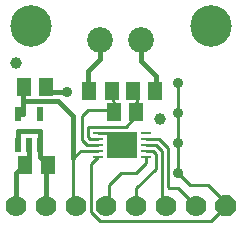
<source format=gbr>
G04 EAGLE Gerber RS-274X export*
G75*
%MOMM*%
%FSLAX34Y34*%
%LPD*%
%INTop Copper*%
%IPPOS*%
%AMOC8*
5,1,8,0,0,1.08239X$1,22.5*%
G01*
%ADD10R,0.900000X0.250000*%
%ADD11R,2.500000X2.250000*%
%ADD12C,2.184400*%
%ADD13R,0.550000X1.200000*%
%ADD14R,1.300000X1.500000*%
%ADD15C,1.000000*%
%ADD16C,3.516000*%
%ADD17P,1.924489X8X292.500000*%
%ADD18C,1.778000*%
%ADD19C,0.406400*%
%ADD20C,0.254000*%
%ADD21C,0.906400*%


D10*
X81860Y87300D03*
X81860Y82300D03*
X81860Y77300D03*
X81860Y72300D03*
X81860Y67300D03*
X122260Y67300D03*
X122260Y72300D03*
X122260Y77300D03*
X122260Y82300D03*
X122260Y87300D03*
D11*
X102060Y77300D03*
D12*
X83600Y166370D03*
X118600Y166370D03*
D13*
X14160Y77339D03*
X23660Y77339D03*
X33160Y77339D03*
X33160Y103341D03*
X14160Y103341D03*
D14*
X39180Y60000D03*
X20180Y60000D03*
X19240Y126380D03*
X38240Y126380D03*
D15*
X134300Y99520D03*
X12830Y146360D03*
D16*
X177800Y177800D03*
X25400Y177800D03*
D14*
X74500Y122570D03*
X93500Y122570D03*
X130320Y122570D03*
X111320Y122570D03*
X95100Y104760D03*
X114100Y104760D03*
D17*
X190500Y25400D03*
D18*
X165100Y25400D03*
X139700Y25400D03*
X114300Y25400D03*
X88900Y25400D03*
X63500Y25400D03*
X38100Y25400D03*
X12700Y25400D03*
D19*
X38100Y25400D02*
X38100Y58260D01*
X39180Y60000D01*
X33160Y66680D01*
X33160Y77339D01*
X14160Y77339D02*
X14160Y88900D01*
X33020Y88900D01*
X33020Y77339D01*
X33160Y77339D01*
D20*
X81860Y87300D02*
X90500Y87300D01*
X101600Y77470D01*
D21*
X101600Y77470D03*
D19*
X12700Y53180D02*
X12700Y25400D01*
X12700Y53180D02*
X20180Y60000D01*
X19520Y60160D01*
X23660Y64300D01*
X23660Y77339D01*
X38900Y121920D02*
X38240Y126380D01*
X38900Y121920D02*
X55880Y121920D01*
D21*
X55880Y121920D03*
D20*
X102060Y77300D02*
X102053Y77293D01*
X102052Y77292D02*
X102015Y77326D01*
X101975Y77356D01*
X101933Y77383D01*
X101889Y77406D01*
X101844Y77426D01*
X101797Y77443D01*
X101748Y77455D01*
X101699Y77464D01*
X101650Y77469D01*
X101600Y77470D01*
X81860Y72300D02*
X67220Y72300D01*
X60960Y66040D01*
X60960Y27940D01*
X63500Y25400D01*
D19*
X18580Y114300D02*
X19240Y126380D01*
X18580Y114300D02*
X18580Y103341D01*
X14160Y103341D01*
X18580Y114300D02*
X48260Y114300D01*
X60960Y101600D01*
X60960Y66040D01*
D20*
X122260Y82300D02*
X133600Y82300D01*
X149860Y40640D02*
X165100Y25400D01*
X140970Y74930D02*
X133600Y82300D01*
X140970Y74930D02*
X140970Y41910D01*
X142240Y40640D01*
X149860Y40640D01*
X130980Y77300D02*
X122260Y77300D01*
X130980Y77300D02*
X135890Y72390D01*
X135890Y26670D01*
X139700Y25400D01*
X128360Y72300D02*
X122260Y72300D01*
X128360Y72300D02*
X130810Y69850D01*
X130810Y57150D01*
X114300Y40640D01*
X114300Y25400D01*
X122530Y61570D02*
X122260Y67300D01*
X122530Y61570D02*
X114300Y53340D01*
X101600Y53340D01*
X91440Y43180D01*
X91440Y27940D01*
X88900Y25400D01*
D21*
X149860Y53340D03*
X149860Y78740D03*
X149860Y104140D03*
X149860Y129540D03*
D20*
X149860Y104140D02*
X149860Y78740D01*
X149860Y53340D01*
X149860Y104140D02*
X149860Y129540D01*
X149860Y53340D02*
X160020Y43180D01*
X175260Y43180D01*
X190500Y27940D01*
X190500Y25400D01*
X81860Y67300D02*
X76200Y60640D01*
X76200Y20320D01*
X83820Y12700D01*
X177800Y12700D01*
X190500Y25400D01*
D19*
X83600Y149640D02*
X83600Y166370D01*
X83600Y149640D02*
X73660Y139700D01*
X73660Y124020D01*
X74500Y122570D01*
X118600Y148100D02*
X118600Y166370D01*
X118600Y148100D02*
X130980Y135720D01*
X130320Y122570D01*
D20*
X81860Y77300D02*
X72560Y77300D01*
X68580Y81280D01*
X68580Y101600D01*
X73660Y106680D01*
X93820Y106680D01*
X95100Y104760D01*
X94440Y123560D01*
X93500Y122570D01*
X81860Y82300D02*
X75180Y82300D01*
X73660Y83820D01*
X73660Y92710D01*
X105410Y92710D01*
X114300Y101600D01*
X114300Y106840D01*
X114100Y104760D01*
X114760Y122280D01*
X111320Y122570D01*
M02*

</source>
